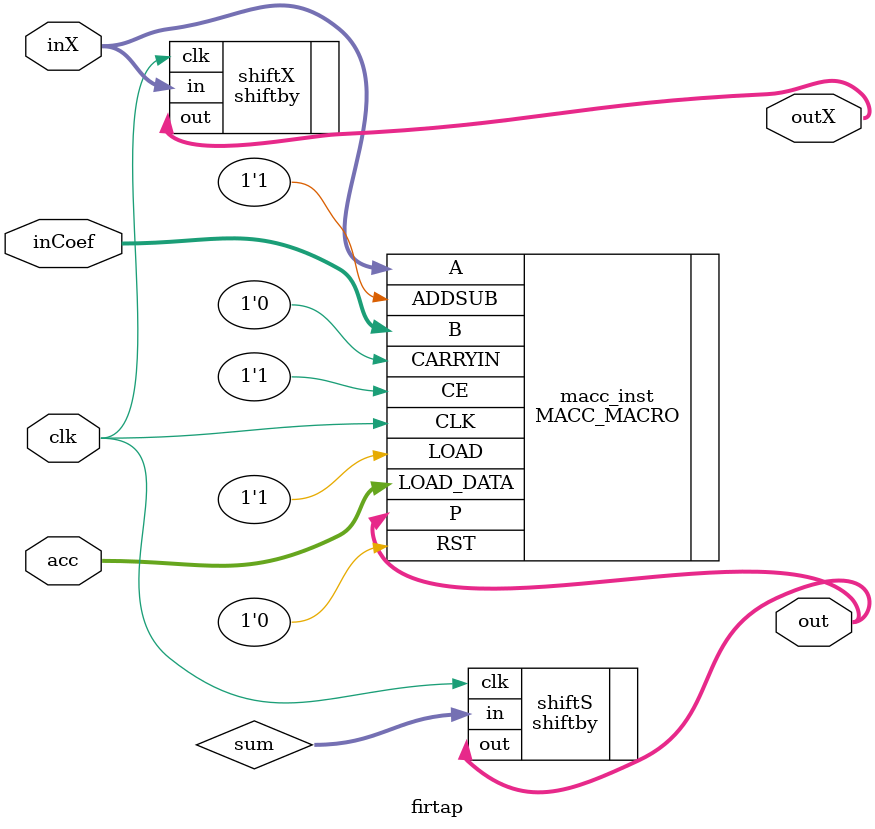
<source format=v>
`timescale 1ns / 1ps

module firtap
    #(parameter XW = 25, COEFW = 18, OUTW = 48) //max parameters
    (
    input wire clk,
    input wire [XW-1:0] inX,
    output wire [XW-1:0] outX,
    input wire [COEFW-1:0] inCoef,
    input wire [OUTW-1:0] acc,
    output wire [OUTW-1:0] out
    );
    wire [OUTW-1:0] sum;

    shiftby #(.BY(2),.WIDTH(XW)) shiftX (.in(inX), .out(outX), .clk(clk));
    shiftby #(.BY(3-2),.WIDTH(XW)) shiftS (.in(sum), .out(out), .clk(clk));
    
    MACC_MACRO #(
    .DEVICE("7SERIES"),
    .LATENCY(3),
    .WIDTH_A(XW),
    .WIDTH_B(COEFW),
    .WIDTH_P(OUTW)
    ) macc_inst (
    .P(out),
    .A(inX),
    .ADDSUB(1'b1),
    .B(inCoef),
    .CARRYIN(1'b0),
    .CE(1'b1),
    .CLK(clk),
    .LOAD(1'b1),
    .LOAD_DATA(acc),
    .RST(1'b0)
    );

endmodule

</source>
